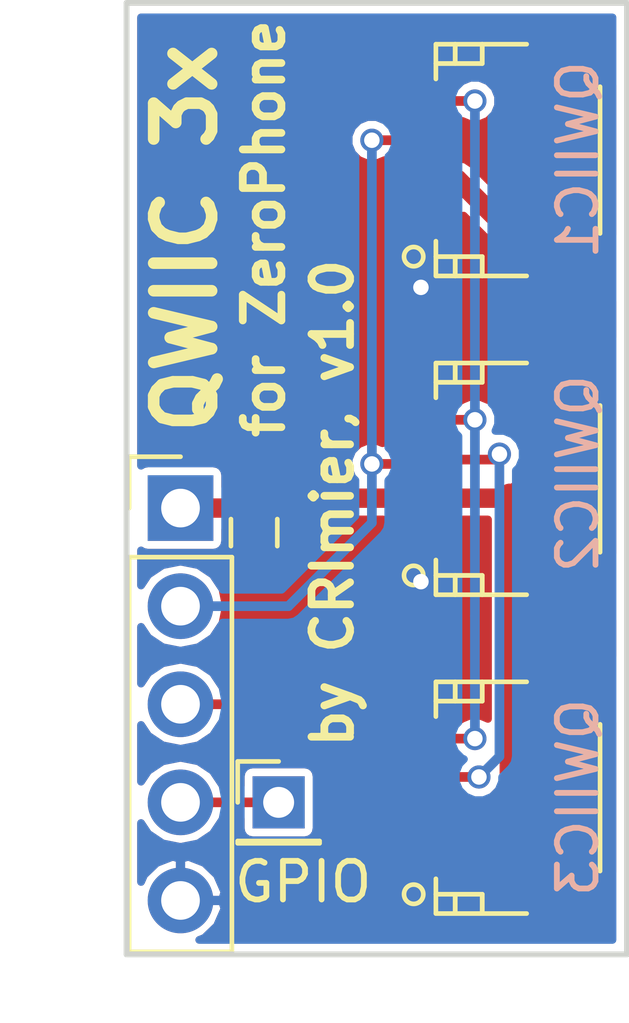
<source format=kicad_pcb>
(kicad_pcb (version 4) (host pcbnew 4.0.7)

  (general
    (links 15)
    (no_connects 7)
    (area 148.260999 96.190999 161.365001 120.979001)
    (thickness 1.6)
    (drawings 7)
    (tracks 57)
    (zones 0)
    (modules 6)
    (nets 6)
  )

  (page A4)
  (layers
    (0 F.Cu signal)
    (31 B.Cu signal)
    (32 B.Adhes user)
    (33 F.Adhes user)
    (34 B.Paste user)
    (35 F.Paste user)
    (36 B.SilkS user)
    (37 F.SilkS user)
    (38 B.Mask user)
    (39 F.Mask user)
    (40 Dwgs.User user)
    (41 Cmts.User user)
    (42 Eco1.User user)
    (43 Eco2.User user)
    (44 Edge.Cuts user)
    (45 Margin user)
    (46 B.CrtYd user)
    (47 F.CrtYd user)
    (48 B.Fab user)
    (49 F.Fab user)
  )

  (setup
    (last_trace_width 0.25)
    (user_trace_width 0.5)
    (user_trace_width 0.8)
    (user_trace_width 1)
    (user_trace_width 1.2)
    (trace_clearance 0.2)
    (zone_clearance 0.508)
    (zone_45_only no)
    (trace_min 0.2)
    (segment_width 0.2)
    (edge_width 0.15)
    (via_size 0.6)
    (via_drill 0.4)
    (via_min_size 0.4)
    (via_min_drill 0.3)
    (uvia_size 0.3)
    (uvia_drill 0.1)
    (uvias_allowed no)
    (uvia_min_size 0.2)
    (uvia_min_drill 0.1)
    (pcb_text_width 0.3)
    (pcb_text_size 1.5 1.5)
    (mod_edge_width 0.15)
    (mod_text_size 1 1)
    (mod_text_width 0.15)
    (pad_size 1.2 1.8)
    (pad_drill 0)
    (pad_to_mask_clearance 0.2)
    (aux_axis_origin 161.29 96.266)
    (grid_origin 161.29 96.266)
    (visible_elements 7FFFFFFF)
    (pcbplotparams
      (layerselection 0x010f0_80000001)
      (usegerberextensions true)
      (usegerberattributes true)
      (excludeedgelayer true)
      (linewidth 0.100000)
      (plotframeref false)
      (viasonmask false)
      (mode 1)
      (useauxorigin true)
      (hpglpennumber 1)
      (hpglpenspeed 20)
      (hpglpendiameter 15)
      (hpglpenoverlay 2)
      (psnegative false)
      (psa4output false)
      (plotreference false)
      (plotvalue false)
      (plotinvisibletext false)
      (padsonsilk false)
      (subtractmaskfromsilk false)
      (outputformat 1)
      (mirror false)
      (drillshape 0)
      (scaleselection 1)
      (outputdirectory gerbers/))
  )

  (net 0 "")
  (net 1 VCC)
  (net 2 GND)
  (net 3 SDA)
  (net 4 SCL)
  (net 5 "Net-(J1-Pad4)")

  (net_class Default "This is the default net class."
    (clearance 0.2)
    (trace_width 0.25)
    (via_dia 0.6)
    (via_drill 0.4)
    (uvia_dia 0.3)
    (uvia_drill 0.1)
    (add_net GND)
    (add_net "Net-(J1-Pad4)")
    (add_net SCL)
    (add_net SDA)
    (add_net VCC)
  )

  (module Capacitors_SMD:C_0603 (layer F.Cu) (tedit 5AFE4336) (tstamp 5AFE430D)
    (at 151.638 109.982 90)
    (descr "Capacitor SMD 0603, reflow soldering, AVX (see smccp.pdf)")
    (tags "capacitor 0603")
    (path /5AFE429C)
    (attr smd)
    (fp_text reference C1 (at 0 -1.5 90) (layer F.SilkS) hide
      (effects (font (size 1 1) (thickness 0.15)))
    )
    (fp_text value C_Small (at 0 1.5 90) (layer F.Fab)
      (effects (font (size 1 1) (thickness 0.15)))
    )
    (fp_line (start 1.4 0.65) (end -1.4 0.65) (layer F.CrtYd) (width 0.05))
    (fp_line (start 1.4 0.65) (end 1.4 -0.65) (layer F.CrtYd) (width 0.05))
    (fp_line (start -1.4 -0.65) (end -1.4 0.65) (layer F.CrtYd) (width 0.05))
    (fp_line (start -1.4 -0.65) (end 1.4 -0.65) (layer F.CrtYd) (width 0.05))
    (fp_line (start 0.35 0.6) (end -0.35 0.6) (layer F.SilkS) (width 0.12))
    (fp_line (start -0.35 -0.6) (end 0.35 -0.6) (layer F.SilkS) (width 0.12))
    (fp_line (start -0.8 -0.4) (end 0.8 -0.4) (layer F.Fab) (width 0.1))
    (fp_line (start 0.8 -0.4) (end 0.8 0.4) (layer F.Fab) (width 0.1))
    (fp_line (start 0.8 0.4) (end -0.8 0.4) (layer F.Fab) (width 0.1))
    (fp_line (start -0.8 0.4) (end -0.8 -0.4) (layer F.Fab) (width 0.1))
    (fp_text user %R (at 0 0 90) (layer F.Fab)
      (effects (font (size 0.3 0.3) (thickness 0.075)))
    )
    (pad 2 smd rect (at 0.75 0 90) (size 0.8 0.75) (layers F.Cu F.Paste F.Mask)
      (net 1 VCC))
    (pad 1 smd rect (at -0.75 0 90) (size 0.8 0.75) (layers F.Cu F.Paste F.Mask)
      (net 2 GND))
    (model Capacitors_SMD.3dshapes/C_0603.wrl
      (at (xyz 0 0 0))
      (scale (xyz 1 1 1))
      (rotate (xyz 0 0 0))
    )
  )

  (module Pin_Headers:Pin_Header_Straight_1x05_Pitch2.54mm (layer F.Cu) (tedit 5AFE4339) (tstamp 5AFE4316)
    (at 149.733 109.347)
    (descr "Through hole straight pin header, 1x05, 2.54mm pitch, single row")
    (tags "Through hole pin header THT 1x05 2.54mm single row")
    (path /5AFE41D0)
    (fp_text reference J1 (at 0 -2.33) (layer F.SilkS) hide
      (effects (font (size 1 1) (thickness 0.15)))
    )
    (fp_text value Conn_01x05 (at 0 12.49) (layer F.Fab)
      (effects (font (size 1 1) (thickness 0.15)))
    )
    (fp_line (start -0.635 -1.27) (end 1.27 -1.27) (layer F.Fab) (width 0.1))
    (fp_line (start 1.27 -1.27) (end 1.27 11.43) (layer F.Fab) (width 0.1))
    (fp_line (start 1.27 11.43) (end -1.27 11.43) (layer F.Fab) (width 0.1))
    (fp_line (start -1.27 11.43) (end -1.27 -0.635) (layer F.Fab) (width 0.1))
    (fp_line (start -1.27 -0.635) (end -0.635 -1.27) (layer F.Fab) (width 0.1))
    (fp_line (start -1.33 11.49) (end 1.33 11.49) (layer F.SilkS) (width 0.12))
    (fp_line (start -1.33 1.27) (end -1.33 11.49) (layer F.SilkS) (width 0.12))
    (fp_line (start 1.33 1.27) (end 1.33 11.49) (layer F.SilkS) (width 0.12))
    (fp_line (start -1.33 1.27) (end 1.33 1.27) (layer F.SilkS) (width 0.12))
    (fp_line (start -1.33 0) (end -1.33 -1.33) (layer F.SilkS) (width 0.12))
    (fp_line (start -1.33 -1.33) (end 0 -1.33) (layer F.SilkS) (width 0.12))
    (fp_line (start -1.8 -1.8) (end -1.8 11.95) (layer F.CrtYd) (width 0.05))
    (fp_line (start -1.8 11.95) (end 1.8 11.95) (layer F.CrtYd) (width 0.05))
    (fp_line (start 1.8 11.95) (end 1.8 -1.8) (layer F.CrtYd) (width 0.05))
    (fp_line (start 1.8 -1.8) (end -1.8 -1.8) (layer F.CrtYd) (width 0.05))
    (fp_text user %R (at 0 5.08 90) (layer F.Fab)
      (effects (font (size 1 1) (thickness 0.15)))
    )
    (pad 1 thru_hole rect (at 0 0) (size 1.7 1.7) (drill 1) (layers *.Cu *.Mask)
      (net 1 VCC))
    (pad 2 thru_hole oval (at 0 2.54) (size 1.7 1.7) (drill 1) (layers *.Cu *.Mask)
      (net 3 SDA))
    (pad 3 thru_hole oval (at 0 5.08) (size 1.7 1.7) (drill 1) (layers *.Cu *.Mask)
      (net 4 SCL))
    (pad 4 thru_hole oval (at 0 7.62) (size 1.7 1.7) (drill 1) (layers *.Cu *.Mask)
      (net 5 "Net-(J1-Pad4)"))
    (pad 5 thru_hole oval (at 0 10.16) (size 1.7 1.7) (drill 1) (layers *.Cu *.Mask)
      (net 2 GND))
    (model ${KISYS3DMOD}/Pin_Headers.3dshapes/Pin_Header_Straight_1x05_Pitch2.54mm.wrl
      (at (xyz 0 0 0))
      (scale (xyz 1 1 1))
      (rotate (xyz 0 0 0))
    )
  )

  (module Pin_Headers:Pin_Header_Straight_1x01_Pitch2.00mm (layer F.Cu) (tedit 5AFF77BC) (tstamp 5AFF77A2)
    (at 152.273 116.967)
    (descr "Through hole straight pin header, 1x01, 2.00mm pitch, single row")
    (tags "Through hole pin header THT 1x01 2.00mm single row")
    (path /5AFF7785)
    (fp_text reference J2 (at 0 -2.06) (layer F.SilkS) hide
      (effects (font (size 1 1) (thickness 0.15)))
    )
    (fp_text value GPIO (at 0.635 2.06) (layer F.SilkS)
      (effects (font (size 1 1) (thickness 0.15)))
    )
    (fp_line (start -0.5 -1) (end 1 -1) (layer F.Fab) (width 0.1))
    (fp_line (start 1 -1) (end 1 1) (layer F.Fab) (width 0.1))
    (fp_line (start 1 1) (end -1 1) (layer F.Fab) (width 0.1))
    (fp_line (start -1 1) (end -1 -0.5) (layer F.Fab) (width 0.1))
    (fp_line (start -1 -0.5) (end -0.5 -1) (layer F.Fab) (width 0.1))
    (fp_line (start -1.06 1.06) (end 1.06 1.06) (layer F.SilkS) (width 0.12))
    (fp_line (start -1.06 1) (end -1.06 1.06) (layer F.SilkS) (width 0.12))
    (fp_line (start 1.06 1) (end 1.06 1.06) (layer F.SilkS) (width 0.12))
    (fp_line (start -1.06 1) (end 1.06 1) (layer F.SilkS) (width 0.12))
    (fp_line (start -1.06 0) (end -1.06 -1.06) (layer F.SilkS) (width 0.12))
    (fp_line (start -1.06 -1.06) (end 0 -1.06) (layer F.SilkS) (width 0.12))
    (fp_line (start -1.5 -1.5) (end -1.5 1.5) (layer F.CrtYd) (width 0.05))
    (fp_line (start -1.5 1.5) (end 1.5 1.5) (layer F.CrtYd) (width 0.05))
    (fp_line (start 1.5 1.5) (end 1.5 -1.5) (layer F.CrtYd) (width 0.05))
    (fp_line (start 1.5 -1.5) (end -1.5 -1.5) (layer F.CrtYd) (width 0.05))
    (fp_text user %R (at 0 0 90) (layer F.Fab)
      (effects (font (size 1 1) (thickness 0.15)))
    )
    (pad 1 thru_hole rect (at 0 0) (size 1.35 1.35) (drill 0.8) (layers *.Cu *.Mask)
      (net 5 "Net-(J1-Pad4)"))
    (model ${KISYS3DMOD}/Pin_Headers.3dshapes/Pin_Header_Straight_1x01_Pitch2.00mm.wrl
      (at (xyz 0 0 0))
      (scale (xyz 1 1 1))
      (rotate (xyz 0 0 0))
    )
  )

  (module Connectors_JST:JST_SH_SM04B-SRSS-TB_04x1.00mm_Angled (layer F.Cu) (tedit 5AFF7A10) (tstamp 5AFF77AC)
    (at 157.9555 100.336 90)
    (descr http://www.jst-mfg.com/product/pdf/eng/eSH.pdf)
    (tags "connector jst sh")
    (path /5AFF7622)
    (attr smd)
    (fp_text reference J3 (at -1.5 -4 90) (layer F.SilkS) hide
      (effects (font (size 1 1) (thickness 0.15)))
    )
    (fp_text value QWIIC1 (at 0.006 2.0645 90) (layer B.SilkS)
      (effects (font (size 1 1) (thickness 0.15)) (justify mirror))
    )
    (fp_circle (center -2.5 -2.1875) (end -2.25 -2.1875) (layer F.SilkS) (width 0.12))
    (fp_line (start -1.9 2.6375) (end 1.9 2.6375) (layer F.SilkS) (width 0.12))
    (fp_line (start -3 0.7375) (end -3 -1.6125) (layer F.SilkS) (width 0.12))
    (fp_line (start -3 -1.6125) (end -2.1 -1.6125) (layer F.SilkS) (width 0.12))
    (fp_line (start -2.5 -1.6125) (end -2.5 -0.4125) (layer F.SilkS) (width 0.12))
    (fp_line (start -2.5 -0.4125) (end -2.5 -0.4125) (layer F.SilkS) (width 0.12))
    (fp_line (start -2.5 -0.4125) (end -2.5 -1.6125) (layer F.SilkS) (width 0.12))
    (fp_line (start -2.5 -1.6125) (end -2.5 -1.6125) (layer F.SilkS) (width 0.12))
    (fp_line (start -2.5 -1.1125) (end -2.5 -1.1125) (layer F.SilkS) (width 0.12))
    (fp_line (start -2.5 -1.1125) (end -3 -1.1125) (layer F.SilkS) (width 0.12))
    (fp_line (start -3 -1.1125) (end -3 -1.1125) (layer F.SilkS) (width 0.12))
    (fp_line (start -3 -1.1125) (end -2.5 -1.1125) (layer F.SilkS) (width 0.12))
    (fp_line (start -2.5 -0.4125) (end -2.5 -0.4125) (layer F.SilkS) (width 0.12))
    (fp_line (start -2.5 -0.4125) (end -3 -0.4125) (layer F.SilkS) (width 0.12))
    (fp_line (start -3 -0.4125) (end -3 -0.4125) (layer F.SilkS) (width 0.12))
    (fp_line (start -3 -0.4125) (end -2.5 -0.4125) (layer F.SilkS) (width 0.12))
    (fp_line (start 3 0.7375) (end 3 -1.6125) (layer F.SilkS) (width 0.12))
    (fp_line (start 3 -1.6125) (end 2.1 -1.6125) (layer F.SilkS) (width 0.12))
    (fp_line (start 2.5 -1.6125) (end 2.5 -0.4125) (layer F.SilkS) (width 0.12))
    (fp_line (start 2.5 -0.4125) (end 2.5 -0.4125) (layer F.SilkS) (width 0.12))
    (fp_line (start 2.5 -0.4125) (end 2.5 -1.6125) (layer F.SilkS) (width 0.12))
    (fp_line (start 2.5 -1.6125) (end 2.5 -1.6125) (layer F.SilkS) (width 0.12))
    (fp_line (start 2.5 -1.1125) (end 2.5 -1.1125) (layer F.SilkS) (width 0.12))
    (fp_line (start 2.5 -1.1125) (end 3 -1.1125) (layer F.SilkS) (width 0.12))
    (fp_line (start 3 -1.1125) (end 3 -1.1125) (layer F.SilkS) (width 0.12))
    (fp_line (start 3 -1.1125) (end 2.5 -1.1125) (layer F.SilkS) (width 0.12))
    (fp_line (start 2.5 -0.4125) (end 2.5 -0.4125) (layer F.SilkS) (width 0.12))
    (fp_line (start 2.5 -0.4125) (end 3 -0.4125) (layer F.SilkS) (width 0.12))
    (fp_line (start 3 -0.4125) (end 3 -0.4125) (layer F.SilkS) (width 0.12))
    (fp_line (start 3 -0.4125) (end 2.5 -0.4125) (layer F.SilkS) (width 0.12))
    (fp_line (start -3.9 3.35) (end -3.9 -3.25) (layer F.CrtYd) (width 0.05))
    (fp_line (start -3.9 -3.25) (end 3.9 -3.25) (layer F.CrtYd) (width 0.05))
    (fp_line (start 3.9 -3.25) (end 3.9 3.35) (layer F.CrtYd) (width 0.05))
    (fp_line (start 3.9 3.35) (end -3.9 3.35) (layer F.CrtYd) (width 0.05))
    (pad 1 smd rect (at -1.5 -1.9375 90) (size 0.6 1.55) (layers F.Cu F.Paste F.Mask)
      (net 2 GND))
    (pad 2 smd rect (at -0.5 -1.9375 90) (size 0.6 1.55) (layers F.Cu F.Paste F.Mask)
      (net 1 VCC))
    (pad 3 smd rect (at 0.5 -1.9375 90) (size 0.6 1.55) (layers F.Cu F.Paste F.Mask)
      (net 3 SDA))
    (pad 4 smd rect (at 1.5 -1.9375 90) (size 0.6 1.55) (layers F.Cu F.Paste F.Mask)
      (net 4 SCL))
    (pad "" smd rect (at -2.8 1.9375 90) (size 1.2 1.8) (layers F.Cu F.Paste F.Mask)
      (net 2 GND))
    (pad "" smd rect (at 2.8 1.9375 90) (size 1.2 1.8) (layers F.Cu F.Paste F.Mask)
      (net 2 GND))
  )

  (module Connectors_JST:JST_SH_SM04B-SRSS-TB_04x1.00mm_Angled (layer F.Cu) (tedit 5AFF7A19) (tstamp 5AFF77B6)
    (at 157.9555 108.591 90)
    (descr http://www.jst-mfg.com/product/pdf/eng/eSH.pdf)
    (tags "connector jst sh")
    (path /5AFF781A)
    (attr smd)
    (fp_text reference J4 (at -1.5 -4 90) (layer F.SilkS) hide
      (effects (font (size 1 1) (thickness 0.15)))
    )
    (fp_text value QWIIC2 (at 0.133 2.0645 90) (layer B.SilkS)
      (effects (font (size 1 1) (thickness 0.15)) (justify mirror))
    )
    (fp_circle (center -2.5 -2.1875) (end -2.25 -2.1875) (layer F.SilkS) (width 0.12))
    (fp_line (start -1.9 2.6375) (end 1.9 2.6375) (layer F.SilkS) (width 0.12))
    (fp_line (start -3 0.7375) (end -3 -1.6125) (layer F.SilkS) (width 0.12))
    (fp_line (start -3 -1.6125) (end -2.1 -1.6125) (layer F.SilkS) (width 0.12))
    (fp_line (start -2.5 -1.6125) (end -2.5 -0.4125) (layer F.SilkS) (width 0.12))
    (fp_line (start -2.5 -0.4125) (end -2.5 -0.4125) (layer F.SilkS) (width 0.12))
    (fp_line (start -2.5 -0.4125) (end -2.5 -1.6125) (layer F.SilkS) (width 0.12))
    (fp_line (start -2.5 -1.6125) (end -2.5 -1.6125) (layer F.SilkS) (width 0.12))
    (fp_line (start -2.5 -1.1125) (end -2.5 -1.1125) (layer F.SilkS) (width 0.12))
    (fp_line (start -2.5 -1.1125) (end -3 -1.1125) (layer F.SilkS) (width 0.12))
    (fp_line (start -3 -1.1125) (end -3 -1.1125) (layer F.SilkS) (width 0.12))
    (fp_line (start -3 -1.1125) (end -2.5 -1.1125) (layer F.SilkS) (width 0.12))
    (fp_line (start -2.5 -0.4125) (end -2.5 -0.4125) (layer F.SilkS) (width 0.12))
    (fp_line (start -2.5 -0.4125) (end -3 -0.4125) (layer F.SilkS) (width 0.12))
    (fp_line (start -3 -0.4125) (end -3 -0.4125) (layer F.SilkS) (width 0.12))
    (fp_line (start -3 -0.4125) (end -2.5 -0.4125) (layer F.SilkS) (width 0.12))
    (fp_line (start 3 0.7375) (end 3 -1.6125) (layer F.SilkS) (width 0.12))
    (fp_line (start 3 -1.6125) (end 2.1 -1.6125) (layer F.SilkS) (width 0.12))
    (fp_line (start 2.5 -1.6125) (end 2.5 -0.4125) (layer F.SilkS) (width 0.12))
    (fp_line (start 2.5 -0.4125) (end 2.5 -0.4125) (layer F.SilkS) (width 0.12))
    (fp_line (start 2.5 -0.4125) (end 2.5 -1.6125) (layer F.SilkS) (width 0.12))
    (fp_line (start 2.5 -1.6125) (end 2.5 -1.6125) (layer F.SilkS) (width 0.12))
    (fp_line (start 2.5 -1.1125) (end 2.5 -1.1125) (layer F.SilkS) (width 0.12))
    (fp_line (start 2.5 -1.1125) (end 3 -1.1125) (layer F.SilkS) (width 0.12))
    (fp_line (start 3 -1.1125) (end 3 -1.1125) (layer F.SilkS) (width 0.12))
    (fp_line (start 3 -1.1125) (end 2.5 -1.1125) (layer F.SilkS) (width 0.12))
    (fp_line (start 2.5 -0.4125) (end 2.5 -0.4125) (layer F.SilkS) (width 0.12))
    (fp_line (start 2.5 -0.4125) (end 3 -0.4125) (layer F.SilkS) (width 0.12))
    (fp_line (start 3 -0.4125) (end 3 -0.4125) (layer F.SilkS) (width 0.12))
    (fp_line (start 3 -0.4125) (end 2.5 -0.4125) (layer F.SilkS) (width 0.12))
    (fp_line (start -3.9 3.35) (end -3.9 -3.25) (layer F.CrtYd) (width 0.05))
    (fp_line (start -3.9 -3.25) (end 3.9 -3.25) (layer F.CrtYd) (width 0.05))
    (fp_line (start 3.9 -3.25) (end 3.9 3.35) (layer F.CrtYd) (width 0.05))
    (fp_line (start 3.9 3.35) (end -3.9 3.35) (layer F.CrtYd) (width 0.05))
    (pad 1 smd rect (at -1.5 -1.9375 90) (size 0.6 1.55) (layers F.Cu F.Paste F.Mask)
      (net 2 GND))
    (pad 2 smd rect (at -0.5 -1.9375 90) (size 0.6 1.55) (layers F.Cu F.Paste F.Mask)
      (net 1 VCC))
    (pad 3 smd rect (at 0.5 -1.9375 90) (size 0.6 1.55) (layers F.Cu F.Paste F.Mask)
      (net 3 SDA))
    (pad 4 smd rect (at 1.5 -1.9375 90) (size 0.6 1.55) (layers F.Cu F.Paste F.Mask)
      (net 4 SCL))
    (pad "" smd rect (at -2.8 1.9375 90) (size 1.2 1.8) (layers F.Cu F.Paste F.Mask)
      (net 2 GND))
    (pad "" smd rect (at 2.8 1.9375 90) (size 1.2 1.8) (layers F.Cu F.Paste F.Mask)
      (net 2 GND))
  )

  (module Connectors_JST:JST_SH_SM04B-SRSS-TB_04x1.00mm_Angled (layer F.Cu) (tedit 5AFF7A20) (tstamp 5AFF77C0)
    (at 157.9555 116.846 90)
    (descr http://www.jst-mfg.com/product/pdf/eng/eSH.pdf)
    (tags "connector jst sh")
    (path /5AFF7855)
    (attr smd)
    (fp_text reference J5 (at -1.5 -4 90) (layer F.SilkS) hide
      (effects (font (size 1 1) (thickness 0.15)))
    )
    (fp_text value QWIIC3 (at 0.006 2.0645 90) (layer B.SilkS)
      (effects (font (size 1 1) (thickness 0.15)) (justify mirror))
    )
    (fp_circle (center -2.5 -2.1875) (end -2.25 -2.1875) (layer F.SilkS) (width 0.12))
    (fp_line (start -1.9 2.6375) (end 1.9 2.6375) (layer F.SilkS) (width 0.12))
    (fp_line (start -3 0.7375) (end -3 -1.6125) (layer F.SilkS) (width 0.12))
    (fp_line (start -3 -1.6125) (end -2.1 -1.6125) (layer F.SilkS) (width 0.12))
    (fp_line (start -2.5 -1.6125) (end -2.5 -0.4125) (layer F.SilkS) (width 0.12))
    (fp_line (start -2.5 -0.4125) (end -2.5 -0.4125) (layer F.SilkS) (width 0.12))
    (fp_line (start -2.5 -0.4125) (end -2.5 -1.6125) (layer F.SilkS) (width 0.12))
    (fp_line (start -2.5 -1.6125) (end -2.5 -1.6125) (layer F.SilkS) (width 0.12))
    (fp_line (start -2.5 -1.1125) (end -2.5 -1.1125) (layer F.SilkS) (width 0.12))
    (fp_line (start -2.5 -1.1125) (end -3 -1.1125) (layer F.SilkS) (width 0.12))
    (fp_line (start -3 -1.1125) (end -3 -1.1125) (layer F.SilkS) (width 0.12))
    (fp_line (start -3 -1.1125) (end -2.5 -1.1125) (layer F.SilkS) (width 0.12))
    (fp_line (start -2.5 -0.4125) (end -2.5 -0.4125) (layer F.SilkS) (width 0.12))
    (fp_line (start -2.5 -0.4125) (end -3 -0.4125) (layer F.SilkS) (width 0.12))
    (fp_line (start -3 -0.4125) (end -3 -0.4125) (layer F.SilkS) (width 0.12))
    (fp_line (start -3 -0.4125) (end -2.5 -0.4125) (layer F.SilkS) (width 0.12))
    (fp_line (start 3 0.7375) (end 3 -1.6125) (layer F.SilkS) (width 0.12))
    (fp_line (start 3 -1.6125) (end 2.1 -1.6125) (layer F.SilkS) (width 0.12))
    (fp_line (start 2.5 -1.6125) (end 2.5 -0.4125) (layer F.SilkS) (width 0.12))
    (fp_line (start 2.5 -0.4125) (end 2.5 -0.4125) (layer F.SilkS) (width 0.12))
    (fp_line (start 2.5 -0.4125) (end 2.5 -1.6125) (layer F.SilkS) (width 0.12))
    (fp_line (start 2.5 -1.6125) (end 2.5 -1.6125) (layer F.SilkS) (width 0.12))
    (fp_line (start 2.5 -1.1125) (end 2.5 -1.1125) (layer F.SilkS) (width 0.12))
    (fp_line (start 2.5 -1.1125) (end 3 -1.1125) (layer F.SilkS) (width 0.12))
    (fp_line (start 3 -1.1125) (end 3 -1.1125) (layer F.SilkS) (width 0.12))
    (fp_line (start 3 -1.1125) (end 2.5 -1.1125) (layer F.SilkS) (width 0.12))
    (fp_line (start 2.5 -0.4125) (end 2.5 -0.4125) (layer F.SilkS) (width 0.12))
    (fp_line (start 2.5 -0.4125) (end 3 -0.4125) (layer F.SilkS) (width 0.12))
    (fp_line (start 3 -0.4125) (end 3 -0.4125) (layer F.SilkS) (width 0.12))
    (fp_line (start 3 -0.4125) (end 2.5 -0.4125) (layer F.SilkS) (width 0.12))
    (fp_line (start -3.9 3.35) (end -3.9 -3.25) (layer F.CrtYd) (width 0.05))
    (fp_line (start -3.9 -3.25) (end 3.9 -3.25) (layer F.CrtYd) (width 0.05))
    (fp_line (start 3.9 -3.25) (end 3.9 3.35) (layer F.CrtYd) (width 0.05))
    (fp_line (start 3.9 3.35) (end -3.9 3.35) (layer F.CrtYd) (width 0.05))
    (pad 1 smd rect (at -1.5 -1.9375 90) (size 0.6 1.55) (layers F.Cu F.Paste F.Mask)
      (net 2 GND))
    (pad 2 smd rect (at -0.5 -1.9375 90) (size 0.6 1.55) (layers F.Cu F.Paste F.Mask)
      (net 1 VCC))
    (pad 3 smd rect (at 0.5 -1.9375 90) (size 0.6 1.55) (layers F.Cu F.Paste F.Mask)
      (net 3 SDA))
    (pad 4 smd rect (at 1.5 -1.9375 90) (size 0.6 1.55) (layers F.Cu F.Paste F.Mask)
      (net 4 SCL))
    (pad "" smd rect (at -2.8 1.9375 90) (size 1.2 1.8) (layers F.Cu F.Paste F.Mask)
      (net 2 GND))
    (pad "" smd rect (at 2.8 1.9375 90) (size 1.2 1.8) (layers F.Cu F.Paste F.Mask)
      (net 2 GND))
  )

  (gr_text "by CRImier, v1.0" (at 153.67 109.22 90) (layer F.SilkS)
    (effects (font (size 1 1) (thickness 0.2)))
  )
  (gr_text "for ZeroPhone" (at 151.892 102.108 90) (layer F.SilkS)
    (effects (font (size 1 1) (thickness 0.2)))
  )
  (gr_text "QWIIC 3x" (at 149.86 102.362 90) (layer F.SilkS)
    (effects (font (size 1.5 1.5) (thickness 0.3)))
  )
  (gr_line (start 148.336 96.266) (end 148.336 120.904) (layer Edge.Cuts) (width 0.15))
  (gr_line (start 161.29 96.266) (end 148.336 96.266) (layer Edge.Cuts) (width 0.15))
  (gr_line (start 161.29 120.904) (end 161.29 96.266) (layer Edge.Cuts) (width 0.15))
  (gr_line (start 148.336 120.904) (end 161.29 120.904) (layer Edge.Cuts) (width 0.15))

  (segment (start 156.018 109.091) (end 151.767 109.091) (width 0.5) (layer F.Cu) (net 1))
  (segment (start 151.767 109.091) (end 151.511 109.347) (width 0.5) (layer F.Cu) (net 1))
  (segment (start 149.733 109.347) (end 151.511 109.347) (width 0.5) (layer F.Cu) (net 1))
  (segment (start 158.242 108.966) (end 158.389295 108.966) (width 0.5) (layer F.Cu) (net 1))
  (segment (start 158.389295 108.966) (end 158.926924 108.428371) (width 0.5) (layer F.Cu) (net 1))
  (segment (start 158.926924 108.428371) (end 158.926924 107.618924) (width 0.5) (layer F.Cu) (net 1))
  (segment (start 158.926924 107.618924) (end 158.242 106.934) (width 0.5) (layer F.Cu) (net 1))
  (segment (start 158.242 106.934) (end 158.242 102.174998) (width 0.5) (layer F.Cu) (net 1))
  (segment (start 158.242 102.174998) (end 156.903002 100.836) (width 0.5) (layer F.Cu) (net 1))
  (segment (start 156.903002 100.836) (end 156.018 100.836) (width 0.5) (layer F.Cu) (net 1))
  (segment (start 158.242 108.966) (end 158.242 116.586) (width 0.5) (layer F.Cu) (net 1))
  (segment (start 156.018 109.091) (end 158.117 109.091) (width 0.5) (layer F.Cu) (net 1))
  (segment (start 158.117 109.091) (end 158.242 108.966) (width 0.5) (layer F.Cu) (net 1))
  (segment (start 158.242 116.586) (end 157.482 117.346) (width 0.5) (layer F.Cu) (net 1))
  (segment (start 157.482 117.346) (end 156.018 117.346) (width 0.5) (layer F.Cu) (net 1))
  (segment (start 156.018 110.091) (end 156.018 111.19) (width 0.5) (layer F.Cu) (net 2))
  (segment (start 156.018 111.19) (end 155.956 111.252) (width 0.5) (layer F.Cu) (net 2))
  (via (at 155.956 111.252) (size 0.6) (drill 0.4) (layers F.Cu B.Cu) (net 2))
  (segment (start 156.018 101.836) (end 156.018 103.57) (width 0.5) (layer F.Cu) (net 2))
  (segment (start 156.018 103.57) (end 155.956 103.632) (width 0.5) (layer F.Cu) (net 2))
  (via (at 155.956 103.632) (size 0.6) (drill 0.4) (layers F.Cu B.Cu) (net 2))
  (segment (start 154.686 109.728) (end 152.527 111.887) (width 0.25) (layer B.Cu) (net 3))
  (segment (start 152.527 111.887) (end 149.733 111.887) (width 0.25) (layer B.Cu) (net 3))
  (segment (start 154.686 108.204) (end 154.686 109.728) (width 0.25) (layer B.Cu) (net 3))
  (segment (start 154.686 108.204) (end 154.686 108.331) (width 0.25) (layer B.Cu) (net 3))
  (segment (start 157.457669 116.309669) (end 156.054331 116.309669) (width 0.25) (layer F.Cu) (net 3))
  (segment (start 156.054331 116.309669) (end 156.018 116.346) (width 0.25) (layer F.Cu) (net 3))
  (segment (start 157.988 107.95) (end 157.988 115.779338) (width 0.25) (layer B.Cu) (net 3))
  (segment (start 157.988 115.779338) (end 157.457669 116.309669) (width 0.25) (layer B.Cu) (net 3))
  (via (at 157.457669 116.309669) (size 0.6) (drill 0.4) (layers F.Cu B.Cu) (net 3))
  (segment (start 156.018 108.091) (end 157.847 108.091) (width 0.25) (layer F.Cu) (net 3))
  (segment (start 157.847 108.091) (end 157.988 107.95) (width 0.25) (layer F.Cu) (net 3))
  (via (at 157.988 107.95) (size 0.6) (drill 0.4) (layers F.Cu B.Cu) (net 3))
  (segment (start 154.686 99.822) (end 156.004 99.822) (width 0.25) (layer F.Cu) (net 3))
  (segment (start 156.004 99.822) (end 156.018 99.836) (width 0.25) (layer F.Cu) (net 3))
  (segment (start 154.686 108.204) (end 154.686 99.822) (width 0.25) (layer B.Cu) (net 3))
  (via (at 154.686 99.822) (size 0.6) (drill 0.4) (layers F.Cu B.Cu) (net 3))
  (segment (start 154.686 108.204) (end 155.905 108.204) (width 0.25) (layer F.Cu) (net 3))
  (segment (start 155.905 108.204) (end 156.018 108.091) (width 0.25) (layer F.Cu) (net 3))
  (segment (start 154.813 108.331) (end 154.686 108.204) (width 0.25) (layer B.Cu) (net 3))
  (via (at 154.686 108.204) (size 0.6) (drill 0.4) (layers F.Cu B.Cu) (net 3))
  (segment (start 153.797 114.427) (end 154.716 115.346) (width 0.25) (layer F.Cu) (net 4))
  (segment (start 154.716 115.346) (end 156.018 115.346) (width 0.25) (layer F.Cu) (net 4))
  (segment (start 149.733 114.427) (end 153.797 114.427) (width 0.25) (layer F.Cu) (net 4))
  (segment (start 157.353 115.316) (end 156.048 115.316) (width 0.25) (layer F.Cu) (net 4))
  (segment (start 156.048 115.316) (end 156.018 115.346) (width 0.25) (layer F.Cu) (net 4))
  (segment (start 157.353 112.141) (end 157.353 115.316) (width 0.25) (layer B.Cu) (net 4))
  (via (at 157.353 115.316) (size 0.6) (drill 0.4) (layers F.Cu B.Cu) (net 4))
  (segment (start 157.353 98.806) (end 156.048 98.806) (width 0.25) (layer F.Cu) (net 4))
  (segment (start 156.048 98.806) (end 156.018 98.836) (width 0.25) (layer F.Cu) (net 4))
  (segment (start 157.353 107.061) (end 157.353 98.806) (width 0.25) (layer B.Cu) (net 4))
  (via (at 157.353 98.806) (size 0.6) (drill 0.4) (layers F.Cu B.Cu) (net 4))
  (segment (start 157.353 107.061) (end 156.048 107.061) (width 0.25) (layer F.Cu) (net 4))
  (segment (start 156.048 107.061) (end 156.018 107.091) (width 0.25) (layer F.Cu) (net 4))
  (segment (start 157.353 112.141) (end 157.353 107.061) (width 0.25) (layer B.Cu) (net 4))
  (via (at 157.353 107.061) (size 0.6) (drill 0.4) (layers F.Cu B.Cu) (net 4))
  (segment (start 149.733 116.967) (end 152.273 116.967) (width 0.25) (layer F.Cu) (net 5))

  (zone (net 2) (net_name GND) (layer B.Cu) (tstamp 0) (hatch edge 0.508)
    (connect_pads (clearance 0.2))
    (min_thickness 0.2)
    (fill yes (arc_segments 16) (thermal_gap 0.2) (thermal_bridge_width 0.24))
    (polygon
      (pts
        (xy 148.336 96.266) (xy 161.29 96.266) (xy 161.29 120.904) (xy 148.336 120.904)
      )
    )
    (filled_polygon
      (pts
        (xy 160.915 120.529) (xy 150.216939 120.529) (xy 150.350836 120.47694) (xy 150.674986 120.166672) (xy 150.855727 119.755975)
        (xy 150.865541 119.706626) (xy 150.807814 119.527) (xy 149.753 119.527) (xy 149.753 119.547) (xy 149.713 119.547)
        (xy 149.713 119.527) (xy 149.693 119.527) (xy 149.693 119.487) (xy 149.713 119.487) (xy 149.713 118.432172)
        (xy 149.753 118.432172) (xy 149.753 119.487) (xy 150.807814 119.487) (xy 150.865541 119.307374) (xy 150.855727 119.258025)
        (xy 150.674986 118.847328) (xy 150.350836 118.53706) (xy 149.932626 118.374457) (xy 149.753 118.432172) (xy 149.713 118.432172)
        (xy 149.533374 118.374457) (xy 149.115164 118.53706) (xy 148.791014 118.847328) (xy 148.711 119.029143) (xy 148.711 117.501359)
        (xy 148.897297 117.780173) (xy 149.270384 118.029461) (xy 149.71047 118.117) (xy 149.75553 118.117) (xy 150.195616 118.029461)
        (xy 150.568703 117.780173) (xy 150.817991 117.407086) (xy 150.90553 116.967) (xy 150.817991 116.526914) (xy 150.661027 116.292)
        (xy 151.292123 116.292) (xy 151.292123 117.642) (xy 151.313042 117.753173) (xy 151.378745 117.855279) (xy 151.478997 117.923778)
        (xy 151.598 117.947877) (xy 152.948 117.947877) (xy 153.059173 117.926958) (xy 153.161279 117.861255) (xy 153.229778 117.761003)
        (xy 153.253877 117.642) (xy 153.253877 116.292) (xy 153.232958 116.180827) (xy 153.167255 116.078721) (xy 153.067003 116.010222)
        (xy 152.948 115.986123) (xy 151.598 115.986123) (xy 151.486827 116.007042) (xy 151.384721 116.072745) (xy 151.316222 116.172997)
        (xy 151.292123 116.292) (xy 150.661027 116.292) (xy 150.568703 116.153827) (xy 150.195616 115.904539) (xy 149.75553 115.817)
        (xy 149.71047 115.817) (xy 149.270384 115.904539) (xy 148.897297 116.153827) (xy 148.711 116.432641) (xy 148.711 114.961359)
        (xy 148.897297 115.240173) (xy 149.270384 115.489461) (xy 149.71047 115.577) (xy 149.75553 115.577) (xy 150.195616 115.489461)
        (xy 150.568703 115.240173) (xy 150.817991 114.867086) (xy 150.90553 114.427) (xy 150.817991 113.986914) (xy 150.568703 113.613827)
        (xy 150.195616 113.364539) (xy 149.75553 113.277) (xy 149.71047 113.277) (xy 149.270384 113.364539) (xy 148.897297 113.613827)
        (xy 148.711 113.892641) (xy 148.711 112.421359) (xy 148.897297 112.700173) (xy 149.270384 112.949461) (xy 149.71047 113.037)
        (xy 149.75553 113.037) (xy 150.195616 112.949461) (xy 150.568703 112.700173) (xy 150.817991 112.327086) (xy 150.820992 112.312)
        (xy 152.527 112.312) (xy 152.662657 112.285016) (xy 152.689641 112.279649) (xy 152.82752 112.18752) (xy 154.98652 110.02852)
        (xy 155.078649 109.890641) (xy 155.084016 109.863657) (xy 155.111 109.728) (xy 155.111 108.633204) (xy 155.11352 108.63152)
        (xy 155.126574 108.611984) (xy 155.194359 108.544317) (xy 155.285896 108.323871) (xy 155.286104 108.085176) (xy 155.194952 107.864571)
        (xy 155.111 107.780472) (xy 155.111 100.24553) (xy 155.194359 100.162317) (xy 155.285896 99.941871) (xy 155.286104 99.703176)
        (xy 155.194952 99.482571) (xy 155.026317 99.313641) (xy 154.805871 99.222104) (xy 154.567176 99.221896) (xy 154.346571 99.313048)
        (xy 154.177641 99.481683) (xy 154.086104 99.702129) (xy 154.085896 99.940824) (xy 154.177048 100.161429) (xy 154.261 100.245528)
        (xy 154.261 107.78047) (xy 154.177641 107.863683) (xy 154.086104 108.084129) (xy 154.085896 108.322824) (xy 154.177048 108.543429)
        (xy 154.261 108.627528) (xy 154.261 109.55196) (xy 152.35096 111.462) (xy 150.820992 111.462) (xy 150.817991 111.446914)
        (xy 150.568703 111.073827) (xy 150.195616 110.824539) (xy 149.75553 110.737) (xy 149.71047 110.737) (xy 149.270384 110.824539)
        (xy 148.897297 111.073827) (xy 148.711 111.352641) (xy 148.711 110.442567) (xy 148.763997 110.478778) (xy 148.883 110.502877)
        (xy 150.583 110.502877) (xy 150.694173 110.481958) (xy 150.796279 110.416255) (xy 150.864778 110.316003) (xy 150.888877 110.197)
        (xy 150.888877 108.497) (xy 150.867958 108.385827) (xy 150.802255 108.283721) (xy 150.702003 108.215222) (xy 150.583 108.191123)
        (xy 148.883 108.191123) (xy 148.771827 108.212042) (xy 148.711 108.251183) (xy 148.711 98.924824) (xy 156.752896 98.924824)
        (xy 156.844048 99.145429) (xy 156.928 99.229528) (xy 156.928 106.63747) (xy 156.844641 106.720683) (xy 156.753104 106.941129)
        (xy 156.752896 107.179824) (xy 156.844048 107.400429) (xy 156.928 107.484528) (xy 156.928 114.89247) (xy 156.844641 114.975683)
        (xy 156.753104 115.196129) (xy 156.752896 115.434824) (xy 156.844048 115.655429) (xy 157.012683 115.824359) (xy 157.070505 115.848369)
        (xy 156.94931 115.969352) (xy 156.857773 116.189798) (xy 156.857565 116.428493) (xy 156.948717 116.649098) (xy 157.117352 116.818028)
        (xy 157.337798 116.909565) (xy 157.576493 116.909773) (xy 157.797098 116.818621) (xy 157.966028 116.649986) (xy 158.057565 116.42954)
        (xy 158.057669 116.31071) (xy 158.28852 116.079859) (xy 158.380648 115.941979) (xy 158.380649 115.941978) (xy 158.413 115.779338)
        (xy 158.413 108.37353) (xy 158.496359 108.290317) (xy 158.587896 108.069871) (xy 158.588104 107.831176) (xy 158.496952 107.610571)
        (xy 158.328317 107.441641) (xy 158.107871 107.350104) (xy 157.882706 107.349908) (xy 157.952896 107.180871) (xy 157.953104 106.942176)
        (xy 157.861952 106.721571) (xy 157.778 106.637472) (xy 157.778 99.22953) (xy 157.861359 99.146317) (xy 157.952896 98.925871)
        (xy 157.953104 98.687176) (xy 157.861952 98.466571) (xy 157.693317 98.297641) (xy 157.472871 98.206104) (xy 157.234176 98.205896)
        (xy 157.013571 98.297048) (xy 156.844641 98.465683) (xy 156.753104 98.686129) (xy 156.752896 98.924824) (xy 148.711 98.924824)
        (xy 148.711 96.641) (xy 160.915 96.641)
      )
    )
  )
  (zone (net 2) (net_name GND) (layer F.Cu) (tstamp 5AFF799B) (hatch edge 0.508)
    (connect_pads (clearance 0.2))
    (min_thickness 0.2)
    (fill yes (arc_segments 16) (thermal_gap 0.2) (thermal_bridge_width 0.24))
    (polygon
      (pts
        (xy 161.29 96.266) (xy 148.336 96.266) (xy 148.336 120.904) (xy 161.29 120.904)
      )
    )
    (filled_polygon
      (pts
        (xy 158.823064 96.681672) (xy 158.738672 96.766063) (xy 158.693 96.876326) (xy 158.693 97.441) (xy 158.768 97.516)
        (xy 159.873 97.516) (xy 159.873 97.496) (xy 159.913 97.496) (xy 159.913 97.516) (xy 159.933 97.516)
        (xy 159.933 97.556) (xy 159.913 97.556) (xy 159.913 98.361) (xy 159.988 98.436) (xy 160.852673 98.436)
        (xy 160.915 98.410184) (xy 160.915 102.261816) (xy 160.852673 102.236) (xy 159.988 102.236) (xy 159.913 102.311)
        (xy 159.913 103.116) (xy 159.933 103.116) (xy 159.933 103.156) (xy 159.913 103.156) (xy 159.913 103.961)
        (xy 159.988 104.036) (xy 160.852673 104.036) (xy 160.915 104.010184) (xy 160.915 104.916816) (xy 160.852673 104.891)
        (xy 159.988 104.891) (xy 159.913 104.966) (xy 159.913 105.771) (xy 159.933 105.771) (xy 159.933 105.811)
        (xy 159.913 105.811) (xy 159.913 106.616) (xy 159.988 106.691) (xy 160.852673 106.691) (xy 160.915 106.665184)
        (xy 160.915 110.516816) (xy 160.852673 110.491) (xy 159.988 110.491) (xy 159.913 110.566) (xy 159.913 111.371)
        (xy 159.933 111.371) (xy 159.933 111.411) (xy 159.913 111.411) (xy 159.913 112.216) (xy 159.988 112.291)
        (xy 160.852673 112.291) (xy 160.915 112.265184) (xy 160.915 113.171816) (xy 160.852673 113.146) (xy 159.988 113.146)
        (xy 159.913 113.221) (xy 159.913 114.026) (xy 159.933 114.026) (xy 159.933 114.066) (xy 159.913 114.066)
        (xy 159.913 114.871) (xy 159.988 114.946) (xy 160.852673 114.946) (xy 160.915 114.920184) (xy 160.915 118.771816)
        (xy 160.852673 118.746) (xy 159.988 118.746) (xy 159.913 118.821) (xy 159.913 119.626) (xy 159.933 119.626)
        (xy 159.933 119.666) (xy 159.913 119.666) (xy 159.913 119.686) (xy 159.873 119.686) (xy 159.873 119.666)
        (xy 158.768 119.666) (xy 158.693 119.741) (xy 158.693 120.305674) (xy 158.738672 120.415937) (xy 158.823064 120.500328)
        (xy 158.892285 120.529) (xy 150.216939 120.529) (xy 150.350836 120.47694) (xy 150.674986 120.166672) (xy 150.855727 119.755975)
        (xy 150.865541 119.706626) (xy 150.807814 119.527) (xy 149.753 119.527) (xy 149.753 119.547) (xy 149.713 119.547)
        (xy 149.713 119.527) (xy 149.693 119.527) (xy 149.693 119.487) (xy 149.713 119.487) (xy 149.713 118.432172)
        (xy 149.753 118.432172) (xy 149.753 119.487) (xy 150.807814 119.487) (xy 150.865541 119.307374) (xy 150.855727 119.258025)
        (xy 150.736157 118.986326) (xy 158.693 118.986326) (xy 158.693 119.551) (xy 158.768 119.626) (xy 159.873 119.626)
        (xy 159.873 118.821) (xy 159.798 118.746) (xy 158.933327 118.746) (xy 158.823064 118.791672) (xy 158.738672 118.876063)
        (xy 158.693 118.986326) (xy 150.736157 118.986326) (xy 150.674986 118.847328) (xy 150.350836 118.53706) (xy 150.103773 118.441)
        (xy 154.943 118.441) (xy 154.943 118.705674) (xy 154.988672 118.815937) (xy 155.073064 118.900328) (xy 155.183327 118.946)
        (xy 155.923 118.946) (xy 155.998 118.871) (xy 155.998 118.366) (xy 156.038 118.366) (xy 156.038 118.871)
        (xy 156.113 118.946) (xy 156.852673 118.946) (xy 156.962936 118.900328) (xy 157.047328 118.815937) (xy 157.093 118.705674)
        (xy 157.093 118.441) (xy 157.018 118.366) (xy 156.038 118.366) (xy 155.998 118.366) (xy 155.018 118.366)
        (xy 154.943 118.441) (xy 150.103773 118.441) (xy 149.932626 118.374457) (xy 149.753 118.432172) (xy 149.713 118.432172)
        (xy 149.533374 118.374457) (xy 149.115164 118.53706) (xy 148.791014 118.847328) (xy 148.711 119.029143) (xy 148.711 117.501359)
        (xy 148.897297 117.780173) (xy 149.270384 118.029461) (xy 149.71047 118.117) (xy 149.75553 118.117) (xy 150.195616 118.029461)
        (xy 150.568703 117.780173) (xy 150.817991 117.407086) (xy 150.820992 117.392) (xy 151.292123 117.392) (xy 151.292123 117.642)
        (xy 151.313042 117.753173) (xy 151.378745 117.855279) (xy 151.478997 117.923778) (xy 151.598 117.947877) (xy 152.948 117.947877)
        (xy 153.059173 117.926958) (xy 153.161279 117.861255) (xy 153.229778 117.761003) (xy 153.253877 117.642) (xy 153.253877 116.292)
        (xy 153.232958 116.180827) (xy 153.167255 116.078721) (xy 153.067003 116.010222) (xy 152.948 115.986123) (xy 151.598 115.986123)
        (xy 151.486827 116.007042) (xy 151.384721 116.072745) (xy 151.316222 116.172997) (xy 151.292123 116.292) (xy 151.292123 116.542)
        (xy 150.820992 116.542) (xy 150.817991 116.526914) (xy 150.568703 116.153827) (xy 150.195616 115.904539) (xy 149.75553 115.817)
        (xy 149.71047 115.817) (xy 149.270384 115.904539) (xy 148.897297 116.153827) (xy 148.711 116.432641) (xy 148.711 114.961359)
        (xy 148.897297 115.240173) (xy 149.270384 115.489461) (xy 149.71047 115.577) (xy 149.75553 115.577) (xy 150.195616 115.489461)
        (xy 150.568703 115.240173) (xy 150.817991 114.867086) (xy 150.820992 114.852) (xy 153.62096 114.852) (xy 154.415479 115.64652)
        (xy 154.507608 115.708078) (xy 154.55336 115.738649) (xy 154.716 115.771) (xy 154.966939 115.771) (xy 155.015862 115.847028)
        (xy 154.961222 115.926997) (xy 154.937123 116.046) (xy 154.937123 116.646) (xy 154.958042 116.757173) (xy 155.015862 116.847028)
        (xy 154.961222 116.926997) (xy 154.937123 117.046) (xy 154.937123 117.646) (xy 154.958042 117.757173) (xy 155.016584 117.848151)
        (xy 154.988672 117.876063) (xy 154.943 117.986326) (xy 154.943 118.251) (xy 155.018 118.326) (xy 155.998 118.326)
        (xy 155.998 118.306) (xy 156.038 118.306) (xy 156.038 118.326) (xy 157.018 118.326) (xy 157.093 118.251)
        (xy 157.093 117.986326) (xy 157.055586 117.896) (xy 157.482 117.896) (xy 157.692476 117.854134) (xy 157.870909 117.734909)
        (xy 158.630909 116.974909) (xy 158.750134 116.796476) (xy 158.792 116.586) (xy 158.792 114.869264) (xy 158.823064 114.900328)
        (xy 158.933327 114.946) (xy 159.798 114.946) (xy 159.873 114.871) (xy 159.873 114.066) (xy 159.853 114.066)
        (xy 159.853 114.026) (xy 159.873 114.026) (xy 159.873 113.221) (xy 159.798 113.146) (xy 158.933327 113.146)
        (xy 158.823064 113.191672) (xy 158.792 113.222736) (xy 158.792 112.214264) (xy 158.823064 112.245328) (xy 158.933327 112.291)
        (xy 159.798 112.291) (xy 159.873 112.216) (xy 159.873 111.411) (xy 159.853 111.411) (xy 159.853 111.371)
        (xy 159.873 111.371) (xy 159.873 110.566) (xy 159.798 110.491) (xy 158.933327 110.491) (xy 158.823064 110.536672)
        (xy 158.792 110.567736) (xy 158.792 109.341113) (xy 159.315833 108.81728) (xy 159.435058 108.638847) (xy 159.476924 108.428371)
        (xy 159.476924 107.618929) (xy 159.476925 107.618924) (xy 159.435058 107.408448) (xy 159.315833 107.230015) (xy 158.792 106.706182)
        (xy 158.792 106.614264) (xy 158.823064 106.645328) (xy 158.933327 106.691) (xy 159.798 106.691) (xy 159.873 106.616)
        (xy 159.873 105.811) (xy 159.853 105.811) (xy 159.853 105.771) (xy 159.873 105.771) (xy 159.873 104.966)
        (xy 159.798 104.891) (xy 158.933327 104.891) (xy 158.823064 104.936672) (xy 158.792 104.967736) (xy 158.792 103.959264)
        (xy 158.823064 103.990328) (xy 158.933327 104.036) (xy 159.798 104.036) (xy 159.873 103.961) (xy 159.873 103.156)
        (xy 159.853 103.156) (xy 159.853 103.116) (xy 159.873 103.116) (xy 159.873 102.311) (xy 159.798 102.236)
        (xy 158.933327 102.236) (xy 158.823064 102.281672) (xy 158.792 102.312736) (xy 158.792 102.174998) (xy 158.750134 101.964522)
        (xy 158.630909 101.786089) (xy 157.291911 100.447091) (xy 157.113478 100.327866) (xy 157.03558 100.312371) (xy 157.074778 100.255003)
        (xy 157.098877 100.136) (xy 157.098877 99.536) (xy 157.077958 99.424827) (xy 157.020138 99.334972) (xy 157.029462 99.321326)
        (xy 157.233129 99.405896) (xy 157.471824 99.406104) (xy 157.692429 99.314952) (xy 157.861359 99.146317) (xy 157.952896 98.925871)
        (xy 157.953104 98.687176) (xy 157.861952 98.466571) (xy 157.693317 98.297641) (xy 157.472871 98.206104) (xy 157.234176 98.205896)
        (xy 157.013571 98.297048) (xy 156.997769 98.312823) (xy 156.912003 98.254222) (xy 156.793 98.230123) (xy 155.243 98.230123)
        (xy 155.131827 98.251042) (xy 155.029721 98.316745) (xy 154.961222 98.416997) (xy 154.937123 98.536) (xy 154.937123 99.136)
        (xy 154.958042 99.247173) (xy 154.991513 99.299189) (xy 154.805871 99.222104) (xy 154.567176 99.221896) (xy 154.346571 99.313048)
        (xy 154.177641 99.481683) (xy 154.086104 99.702129) (xy 154.085896 99.940824) (xy 154.177048 100.161429) (xy 154.345683 100.330359)
        (xy 154.566129 100.421896) (xy 154.804824 100.422104) (xy 155.014783 100.335351) (xy 155.015862 100.337028) (xy 154.961222 100.416997)
        (xy 154.937123 100.536) (xy 154.937123 101.136) (xy 154.958042 101.247173) (xy 155.016584 101.338151) (xy 154.988672 101.366063)
        (xy 154.943 101.476326) (xy 154.943 101.741) (xy 155.018 101.816) (xy 155.998 101.816) (xy 155.998 101.796)
        (xy 156.038 101.796) (xy 156.038 101.816) (xy 157.018 101.816) (xy 157.061592 101.772408) (xy 157.692 102.402816)
        (xy 157.692 106.552094) (xy 157.472871 106.461104) (xy 157.234176 106.460896) (xy 157.013571 106.552048) (xy 156.997769 106.567823)
        (xy 156.912003 106.509222) (xy 156.793 106.485123) (xy 155.243 106.485123) (xy 155.131827 106.506042) (xy 155.029721 106.571745)
        (xy 154.961222 106.671997) (xy 154.937123 106.791) (xy 154.937123 107.391) (xy 154.958042 107.502173) (xy 155.015862 107.592028)
        (xy 154.963024 107.66936) (xy 154.805871 107.604104) (xy 154.567176 107.603896) (xy 154.346571 107.695048) (xy 154.177641 107.863683)
        (xy 154.086104 108.084129) (xy 154.085896 108.322824) (xy 154.176044 108.541) (xy 152.086464 108.541) (xy 152.013 108.526123)
        (xy 151.263 108.526123) (xy 151.151827 108.547042) (xy 151.049721 108.612745) (xy 150.981222 108.712997) (xy 150.964211 108.797)
        (xy 150.888877 108.797) (xy 150.888877 108.497) (xy 150.867958 108.385827) (xy 150.802255 108.283721) (xy 150.702003 108.215222)
        (xy 150.583 108.191123) (xy 148.883 108.191123) (xy 148.771827 108.212042) (xy 148.711 108.251183) (xy 148.711 101.931)
        (xy 154.943 101.931) (xy 154.943 102.195674) (xy 154.988672 102.305937) (xy 155.073064 102.390328) (xy 155.183327 102.436)
        (xy 155.923 102.436) (xy 155.998 102.361) (xy 155.998 101.856) (xy 156.038 101.856) (xy 156.038 102.361)
        (xy 156.113 102.436) (xy 156.852673 102.436) (xy 156.962936 102.390328) (xy 157.047328 102.305937) (xy 157.093 102.195674)
        (xy 157.093 101.931) (xy 157.018 101.856) (xy 156.038 101.856) (xy 155.998 101.856) (xy 155.018 101.856)
        (xy 154.943 101.931) (xy 148.711 101.931) (xy 148.711 97.631) (xy 158.693 97.631) (xy 158.693 98.195674)
        (xy 158.738672 98.305937) (xy 158.823064 98.390328) (xy 158.933327 98.436) (xy 159.798 98.436) (xy 159.873 98.361)
        (xy 159.873 97.556) (xy 158.768 97.556) (xy 158.693 97.631) (xy 148.711 97.631) (xy 148.711 96.641)
        (xy 158.921256 96.641)
      )
    )
    (filled_polygon
      (pts
        (xy 154.943 109.731326) (xy 154.943 109.996) (xy 155.018 110.071) (xy 155.998 110.071) (xy 155.998 110.051)
        (xy 156.038 110.051) (xy 156.038 110.071) (xy 157.018 110.071) (xy 157.093 109.996) (xy 157.093 109.731326)
        (xy 157.055586 109.641) (xy 157.692 109.641) (xy 157.692 114.807094) (xy 157.472871 114.716104) (xy 157.234176 114.715896)
        (xy 157.013571 114.807048) (xy 156.997769 114.822823) (xy 156.912003 114.764222) (xy 156.793 114.740123) (xy 155.243 114.740123)
        (xy 155.131827 114.761042) (xy 155.029721 114.826745) (xy 154.96532 114.921) (xy 154.892041 114.921) (xy 154.09752 114.12648)
        (xy 153.959641 114.034351) (xy 153.932657 114.028984) (xy 153.797 114.002) (xy 150.820992 114.002) (xy 150.817991 113.986914)
        (xy 150.568703 113.613827) (xy 150.195616 113.364539) (xy 149.75553 113.277) (xy 149.71047 113.277) (xy 149.270384 113.364539)
        (xy 148.897297 113.613827) (xy 148.711 113.892641) (xy 148.711 112.421359) (xy 148.897297 112.700173) (xy 149.270384 112.949461)
        (xy 149.71047 113.037) (xy 149.75553 113.037) (xy 150.195616 112.949461) (xy 150.568703 112.700173) (xy 150.817991 112.327086)
        (xy 150.90553 111.887) (xy 150.817991 111.446914) (xy 150.568703 111.073827) (xy 150.1993 110.827) (xy 150.963 110.827)
        (xy 150.963 111.191674) (xy 151.008672 111.301937) (xy 151.093064 111.386328) (xy 151.203327 111.432) (xy 151.543 111.432)
        (xy 151.618 111.357) (xy 151.618 110.752) (xy 151.658 110.752) (xy 151.658 111.357) (xy 151.733 111.432)
        (xy 152.072673 111.432) (xy 152.182936 111.386328) (xy 152.267328 111.301937) (xy 152.313 111.191674) (xy 152.313 110.827)
        (xy 152.238 110.752) (xy 151.658 110.752) (xy 151.618 110.752) (xy 151.038 110.752) (xy 150.963 110.827)
        (xy 150.1993 110.827) (xy 150.195616 110.824539) (xy 149.75553 110.737) (xy 149.71047 110.737) (xy 149.270384 110.824539)
        (xy 148.897297 111.073827) (xy 148.711 111.352641) (xy 148.711 110.442567) (xy 148.763997 110.478778) (xy 148.883 110.502877)
        (xy 150.583 110.502877) (xy 150.694173 110.481958) (xy 150.796279 110.416255) (xy 150.864778 110.316003) (xy 150.873622 110.272326)
        (xy 150.963 110.272326) (xy 150.963 110.637) (xy 151.038 110.712) (xy 151.618 110.712) (xy 151.618 110.107)
        (xy 151.658 110.107) (xy 151.658 110.712) (xy 152.238 110.712) (xy 152.313 110.637) (xy 152.313 110.272326)
        (xy 152.277243 110.186) (xy 154.943 110.186) (xy 154.943 110.450674) (xy 154.988672 110.560937) (xy 155.073064 110.645328)
        (xy 155.183327 110.691) (xy 155.923 110.691) (xy 155.998 110.616) (xy 155.998 110.111) (xy 156.038 110.111)
        (xy 156.038 110.616) (xy 156.113 110.691) (xy 156.852673 110.691) (xy 156.962936 110.645328) (xy 157.047328 110.560937)
        (xy 157.093 110.450674) (xy 157.093 110.186) (xy 157.018 110.111) (xy 156.038 110.111) (xy 155.998 110.111)
        (xy 155.018 110.111) (xy 154.943 110.186) (xy 152.277243 110.186) (xy 152.267328 110.162063) (xy 152.182936 110.077672)
        (xy 152.072673 110.032) (xy 151.733 110.032) (xy 151.658 110.107) (xy 151.618 110.107) (xy 151.543 110.032)
        (xy 151.203327 110.032) (xy 151.093064 110.077672) (xy 151.008672 110.162063) (xy 150.963 110.272326) (xy 150.873622 110.272326)
        (xy 150.888877 110.197) (xy 150.888877 109.897) (xy 151.119441 109.897) (xy 151.143997 109.913778) (xy 151.263 109.937877)
        (xy 152.013 109.937877) (xy 152.124173 109.916958) (xy 152.226279 109.851255) (xy 152.294778 109.751003) (xy 152.317054 109.641)
        (xy 154.980414 109.641)
      )
    )
  )
)

</source>
